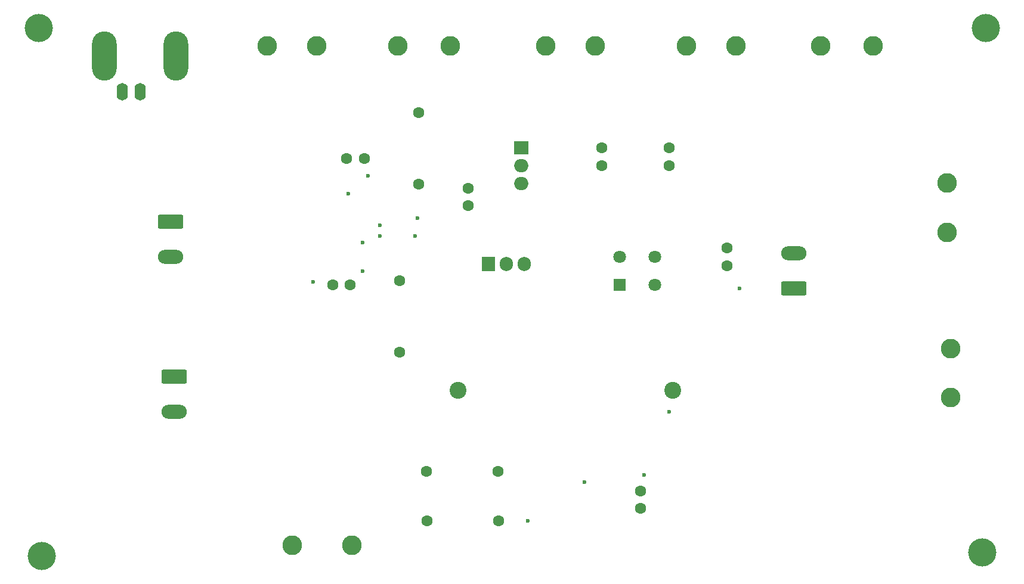
<source format=gbs>
%TF.GenerationSoftware,KiCad,Pcbnew,9.0.4*%
%TF.CreationDate,2025-10-20T13:27:51-05:00*%
%TF.ProjectId,Lab 7 Custom PCB Buck Converter,4c616220-3720-4437-9573-746f6d205043,rev?*%
%TF.SameCoordinates,Original*%
%TF.FileFunction,Soldermask,Bot*%
%TF.FilePolarity,Negative*%
%FSLAX46Y46*%
G04 Gerber Fmt 4.6, Leading zero omitted, Abs format (unit mm)*
G04 Created by KiCad (PCBNEW 9.0.4) date 2025-10-20 13:27:51*
%MOMM*%
%LPD*%
G01*
G04 APERTURE LIST*
G04 Aperture macros list*
%AMRoundRect*
0 Rectangle with rounded corners*
0 $1 Rounding radius*
0 $2 $3 $4 $5 $6 $7 $8 $9 X,Y pos of 4 corners*
0 Add a 4 corners polygon primitive as box body*
4,1,4,$2,$3,$4,$5,$6,$7,$8,$9,$2,$3,0*
0 Add four circle primitives for the rounded corners*
1,1,$1+$1,$2,$3*
1,1,$1+$1,$4,$5*
1,1,$1+$1,$6,$7*
1,1,$1+$1,$8,$9*
0 Add four rect primitives between the rounded corners*
20,1,$1+$1,$2,$3,$4,$5,0*
20,1,$1+$1,$4,$5,$6,$7,0*
20,1,$1+$1,$6,$7,$8,$9,0*
20,1,$1+$1,$8,$9,$2,$3,0*%
G04 Aperture macros list end*
%ADD10RoundRect,0.250000X-1.550000X0.750000X-1.550000X-0.750000X1.550000X-0.750000X1.550000X0.750000X0*%
%ADD11O,3.600000X2.000000*%
%ADD12C,1.600000*%
%ADD13R,2.000000X1.905000*%
%ADD14O,2.000000X1.905000*%
%ADD15C,2.800000*%
%ADD16RoundRect,0.250000X1.550000X-0.750000X1.550000X0.750000X-1.550000X0.750000X-1.550000X-0.750000X0*%
%ADD17R,1.800000X1.800000*%
%ADD18C,1.800000*%
%ADD19O,1.600000X2.500000*%
%ADD20O,3.500000X7.000000*%
%ADD21C,2.400000*%
%ADD22R,1.905000X2.000000*%
%ADD23O,1.905000X2.000000*%
%ADD24C,0.600000*%
%ADD25C,4.000000*%
G04 APERTURE END LIST*
D10*
%TO.C,10VD1*%
X102777500Y-115000000D03*
D11*
X102777500Y-120000000D03*
%TD*%
D12*
%TO.C,C4*%
X169000000Y-131250000D03*
X169000000Y-133750000D03*
%TD*%
%TO.C,C5*%
X129750000Y-84000000D03*
X127250000Y-84000000D03*
%TD*%
D10*
%TO.C,Vin1*%
X102277500Y-93000000D03*
D11*
X102277500Y-98000000D03*
%TD*%
D13*
%TO.C,Q1*%
X152050000Y-82460000D03*
D14*
X152050000Y-85000000D03*
X152050000Y-87540000D03*
%TD*%
D15*
%TO.C,GND_T7*%
X213000000Y-118000000D03*
%TD*%
%TO.C,Vin_T1*%
X116000000Y-68000000D03*
%TD*%
%TO.C,GND_T6*%
X212500000Y-94500000D03*
%TD*%
D12*
%TO.C,C2*%
X181277500Y-99250000D03*
X181277500Y-96750000D03*
%TD*%
%TO.C,C7*%
X173000000Y-85000000D03*
X173000000Y-82500000D03*
%TD*%
D15*
%TO.C,10V_T2*%
X134500000Y-68000000D03*
%TD*%
%TO.C,GND_T5*%
X202000000Y-68000000D03*
%TD*%
D12*
%TO.C,R4*%
X137500000Y-87660000D03*
X137500000Y-77500000D03*
%TD*%
D15*
%TO.C,LOW_Vds_T5*%
X194500000Y-68000000D03*
%TD*%
D16*
%TO.C,Vout1*%
X190722500Y-102500000D03*
D11*
X190722500Y-97500000D03*
%TD*%
D15*
%TO.C,OPAMP_OUT_T8*%
X119500000Y-139000000D03*
%TD*%
%TO.C,GND_T8*%
X128000000Y-139000000D03*
%TD*%
D12*
%TO.C,C1*%
X144500000Y-90750000D03*
X144500000Y-88250000D03*
%TD*%
D15*
%TO.C,GND_T3*%
X162500000Y-68000000D03*
%TD*%
%TO.C,V_1l_T7*%
X213000000Y-111000000D03*
%TD*%
D17*
%TO.C,L1*%
X166000000Y-102000000D03*
D18*
X171000000Y-102000000D03*
X166000000Y-98000000D03*
X171000000Y-98000000D03*
%TD*%
D15*
%TO.C,GND_T2*%
X142000000Y-68000000D03*
%TD*%
D19*
%TO.C,PWM1*%
X97920000Y-74580000D03*
D20*
X92840000Y-69500000D03*
D19*
X95380000Y-74580000D03*
D20*
X103000000Y-69500000D03*
%TD*%
D21*
%TO.C,R1*%
X143020000Y-117000000D03*
X173500000Y-117000000D03*
%TD*%
D15*
%TO.C,GND_T1*%
X123000000Y-68000000D03*
%TD*%
D12*
%TO.C,R3*%
X138605000Y-128500000D03*
X148765000Y-128500000D03*
%TD*%
D15*
%TO.C,GND_T4*%
X182500000Y-68000000D03*
%TD*%
%TO.C,LOWDR_T4*%
X175500000Y-68000000D03*
%TD*%
D22*
%TO.C,Q2*%
X147420000Y-99000000D03*
D23*
X149960000Y-99000000D03*
X152500000Y-99000000D03*
%TD*%
D12*
%TO.C,R5*%
X134765000Y-111580000D03*
X134765000Y-101420000D03*
%TD*%
%TO.C,C3*%
X125265000Y-102000000D03*
X127765000Y-102000000D03*
%TD*%
D15*
%TO.C,Vout_T6*%
X212500000Y-87500000D03*
%TD*%
%TO.C,PWM_T3*%
X155500000Y-68000000D03*
%TD*%
D12*
%TO.C,R2*%
X138685000Y-135500000D03*
X148845000Y-135500000D03*
%TD*%
%TO.C,C6*%
X163500000Y-85000000D03*
X163500000Y-82500000D03*
%TD*%
D24*
X161000000Y-130000000D03*
X132000000Y-93500000D03*
X129500000Y-96000000D03*
X137000000Y-95000000D03*
X132000000Y-95000000D03*
X183000000Y-102500000D03*
D25*
X84000000Y-140500000D03*
X218000000Y-65500000D03*
X217500000Y-140000000D03*
X83500000Y-65500000D03*
D24*
X129500000Y-100000000D03*
X169500000Y-129000000D03*
X122500000Y-101550000D03*
X153000000Y-135500000D03*
X173000000Y-120000000D03*
X127500000Y-89000000D03*
X130313000Y-86500000D03*
X137265000Y-92460000D03*
M02*

</source>
